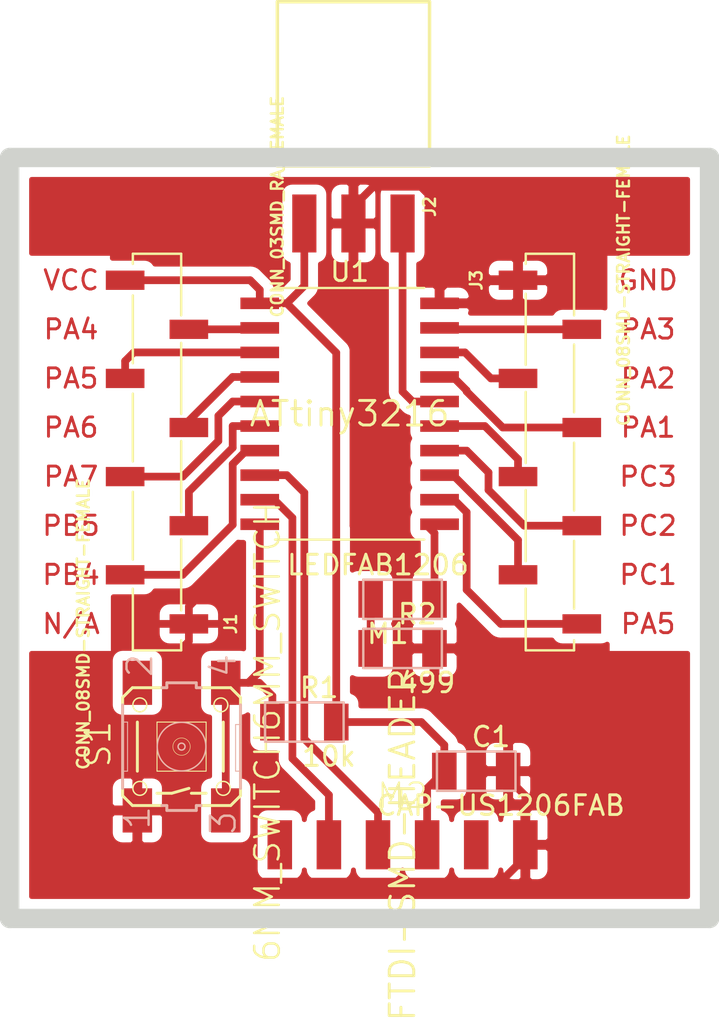
<source format=kicad_pcb>
(kicad_pcb (version 20211014) (generator pcbnew)
  (layers (0 "F.Cu" signal) (31 "B.Cu" signal) (34 "B.Paste" user) (35 "F.Paste" user) (36 "B.SilkS" user "B.Silkscreen") (37 "F.SilkS" user "F.Silkscreen") (38 "B.Mask" user) (39 "F.Mask" user) (44 "Edge.Cuts" user))
  (net 0 "")
  (net 1 "GND")
  (net 2 "VCC")
  (net 3 "Net-(J1-Pad7)")
  (net 4 "Net-(J1-Pad6)")
  (net 5 "Net-(J1-Pad5)")
  (net 6 "Net-(J1-Pad4)")
  (net 7 "Net-(J1-Pad3)")
  (net 8 "Net-(J1-Pad2)")
  (net 9 "Net-(J2-Pad1)")
  (net 10 "Net-(J3-Pad8)")
  (net 11 "Net-(J3-Pad7)")
  (net 12 "Net-(J3-Pad6)")
  (net 13 "Net-(J3-Pad5)")
  (net 14 "Net-(J3-Pad4)")
  (net 15 "Net-(J3-Pad3)")
  (net 16 "Net-(J3-Pad2)")
  (net 17 "Net-(M1-Pad2)")
  (net 18 "Net-(M1-Pad1)")
  (net 19 "Net-(M2-Pad6)")
  (net 20 "Net-(M2-Pad5)")
  (net 21 "Net-(M2-Pad4)")
  (net 22 "Net-(M2-Pad2)")
  (net 23 "Net-(R1-Pad1)")
  (net 24 "Net-(S1-Pad2)")
  (footprint "fab:fab-C1206FAB" (layer "F.Cu") (at 25.4 195.58)
    (fp_text reference "C1" (at 0.762 -1.778) (layer "F.SilkS") (effects (font (size 1.016 1.016) (thickness 0.1524))))
    (fp_text value "CAP-US1206FAB" (at 1.27 1.778) (layer "F.SilkS") (effects (font (size 1.016 1.016) (thickness 0.1524))))
    (fp_line (start 2.032 -1.016) (end 2.032 1.016) (layer "B.SilkS") (width 0.127))
    (fp_line (start 2.032 1.016) (end -2.032 1.016) (layer "B.SilkS") (width 0.127))
    (fp_line (start -2.032 -1.016) (end 2.032 -1.016) (layer "B.SilkS") (width 0.127))
    (fp_line (start -2.032 1.016) (end -2.032 -1.016) (layer "B.SilkS") (width 0.127))
    (pad "1" smd rect locked (at -1.651 0) (size 1.27 1.905) (layers "F.Cu" "F.Paste" "F.Mask") (net 2 "VCC"))
    (pad "2" smd rect locked (at 1.651 0) (size 1.27 1.905) (layers "F.Cu" "F.Paste" "F.Mask") (net 1 "GND"))
  )
  (footprint "Connectors:1X08_SMD" (layer "F.Cu") (at 8.89 187.96 -90)
    (fp_text reference "J1" (at 0 -3.81 90) (layer "F.SilkS") (effects (font (size 0.6096 0.6096) (thickness 0.127))))
    (fp_text value "CONN_08SMD-STRAIGHT-FEMALE" (at 0 3.81 90) (layer "F.SilkS") (effects (font (size 0.6096 0.6096) (thickness 0.127))))
    (fp_line (start 1.36906 1.24968) (end -1.8161 1.24968) (layer "F.SilkS") (width 0.127))
    (fp_line (start -14.53642 -1.24968) (end -10.86104 -1.24968) (layer "F.SilkS") (width 0.127))
    (fp_line (start -8.4074 1.24968) (end -11.91006 1.24968) (layer "F.SilkS") (width 0.127))
    (fp_line (start -13.4874 1.24968) (end -16.99006 1.24968) (layer "F.SilkS") (width 0.127))
    (fp_line (start -19.14906 -1.24968) (end -15.96136 -1.24968) (layer "F.SilkS") (width 0.127))
    (fp_line (start -9.45642 -1.24968) (end -5.78104 -1.24968) (layer "F.SilkS") (width 0.127))
    (fp_line (start -19.14906 1.24968) (end -19.14906 -1.24968) (layer "F.SilkS") (width 0.127))
    (fp_line (start 0.84836 -1.24968) (end 1.36906 -1.24968) (layer "F.SilkS") (width 0.127))
    (fp_line (start -18.62836 1.24968) (end -19.14906 1.24968) (layer "F.SilkS") (width 0.127))
    (fp_line (start 1.36906 -1.24968) (end 1.36906 1.24968) (layer "F.SilkS") (width 0.127))
    (fp_line (start -4.37642 -1.24968) (end -0.70104 -1.24968) (layer "F.SilkS") (width 0.127))
    (fp_line (start -3.3274 1.24968) (end -6.83006 1.24968) (layer "F.SilkS") (width 0.127))
    (pad "1" smd rect locked (at 0 -1.64846) (size 1.99898 0.99822) (layers "F.Cu" "F.Paste" "F.Mask") (net 1 "GND"))
    (pad "2" smd rect locked (at -2.54 1.64846) (size 1.99898 0.99822) (layers "F.Cu" "F.Paste" "F.Mask") (net 8 "Net-(J1-Pad2)"))
    (pad "3" smd rect locked (at -5.08 -1.64846) (size 1.99898 0.99822) (layers "F.Cu" "F.Paste" "F.Mask") (net 7 "Net-(J1-Pad3)"))
    (pad "4" smd rect locked (at -7.62 1.64846) (size 1.99898 0.99822) (layers "F.Cu" "F.Paste" "F.Mask") (net 6 "Net-(J1-Pad4)"))
    (pad "5" smd rect locked (at -10.16 -1.64846) (size 1.99898 0.99822) (layers "F.Cu" "F.Paste" "F.Mask") (net 5 "Net-(J1-Pad5)"))
    (pad "6" smd rect locked (at -12.7 1.64846) (size 1.99898 0.99822) (layers "F.Cu" "F.Paste" "F.Mask") (net 4 "Net-(J1-Pad6)"))
    (pad "7" smd rect locked (at -15.24 -1.64846) (size 1.99898 0.99822) (layers "F.Cu" "F.Paste" "F.Mask") (net 3 "Net-(J1-Pad7)"))
    (pad "8" smd rect locked (at -17.78 1.64846) (size 1.99898 0.99822) (layers "F.Cu" "F.Paste" "F.Mask") (net 2 "VCC"))
  )
  (footprint "Connectors:1X03_SMD_RA_FEMALE" (layer "F.Cu") (at 19.05 160.02 180)
    (fp_text reference "J2" (at -3.937 -6.35 90) (layer "F.SilkS") (effects (font (size 0.6096 0.6096) (thickness 0.127))))
    (fp_text value "CONN_03SMD_RA_FEMALE" (at 3.937 -6.35 90) (layer "F.SilkS") (effects (font (size 0.6096 0.6096) (thickness 0.127))))
    (fp_line (start -3.93446 -4.24942) (end -3.93446 4.24942) (layer "F.SilkS") (width 0.1778))
    (fp_line (start -3.93446 4.24942) (end 3.93446 4.24942) (layer "F.SilkS") (width 0.1778))
    (fp_line (start 3.93446 -4.24942) (end -3.93446 -4.24942) (layer "F.SilkS") (width 0.1778))
    (fp_line (start 3.93446 4.24942) (end 3.93446 -4.24942) (layer "F.SilkS") (width 0.1778))
    (pad "1" smd rect locked (at -2.54 -7.22376) (size 1.24968 2.99974) (layers "F.Cu" "F.Paste" "F.Mask") (net 9 "Net-(J2-Pad1)"))
    (pad "2" smd rect locked (at 0 -7.22376) (size 1.24968 2.99974) (layers "F.Cu" "F.Paste" "F.Mask") (net 1 "GND"))
    (pad "3" smd rect locked (at 2.54 -7.22376) (size 1.24968 2.99974) (layers "F.Cu" "F.Paste" "F.Mask") (net 2 "VCC"))
  )
  (footprint "Connectors:1X08_SMD" (layer "F.Cu") (at 29.21 170.18 90)
    (fp_text reference "J3" (at 0 -3.81 90) (layer "F.SilkS") (effects (font (size 0.6096 0.6096) (thickness 0.127))))
    (fp_text value "CONN_08SMD-STRAIGHT-FEMALE" (at 0 3.81 90) (layer "F.SilkS") (effects (font (size 0.6096 0.6096) (thickness 0.127))))
    (fp_line (start -3.3274 1.24968) (end -6.83006 1.24968) (layer "F.SilkS") (width 0.127))
    (fp_line (start 1.36906 -1.24968) (end 1.36906 1.24968) (layer "F.SilkS") (width 0.127))
    (fp_line (start 1.36906 1.24968) (end -1.8161 1.24968) (layer "F.SilkS") (width 0.127))
    (fp_line (start 0.84836 -1.24968) (end 1.36906 -1.24968) (layer "F.SilkS") (width 0.127))
    (fp_line (start -14.53642 -1.24968) (end -10.86104 -1.24968) (layer "F.SilkS") (width 0.127))
    (fp_line (start -8.4074 1.24968) (end -11.91006 1.24968) (layer "F.SilkS") (width 0.127))
    (fp_line (start -13.4874 1.24968) (end -16.99006 1.24968) (layer "F.SilkS") (width 0.127))
    (fp_line (start -18.62836 1.24968) (end -19.14906 1.24968) (layer "F.SilkS") (width 0.127))
    (fp_line (start -4.37642 -1.24968) (end -0.70104 -1.24968) (layer "F.SilkS") (width 0.127))
    (fp_line (start -19.14906 -1.24968) (end -15.96136 -1.24968) (layer "F.SilkS") (width 0.127))
    (fp_line (start -19.14906 1.24968) (end -19.14906 -1.24968) (layer "F.SilkS") (width 0.127))
    (fp_line (start -9.45642 -1.24968) (end -5.78104 -1.24968) (layer "F.SilkS") (width 0.127))
    (pad "1" smd rect locked (at 0 -1.64846 180) (size 1.99898 0.99822) (layers "F.Cu" "F.Paste" "F.Mask") (net 1 "GND"))
    (pad "2" smd rect locked (at -2.54 1.64846 180) (size 1.99898 0.99822) (layers "F.Cu" "F.Paste" "F.Mask") (net 16 "Net-(J3-Pad2)"))
    (pad "3" smd rect locked (at -5.08 -1.64846 180) (size 1.99898 0.99822) (layers "F.Cu" "F.Paste" "F.Mask") (net 15 "Net-(J3-Pad3)"))
    (pad "4" smd rect locked (at -7.62 1.64846 180) (size 1.99898 0.99822) (layers "F.Cu" "F.Paste" "F.Mask") (net 14 "Net-(J3-Pad4)"))
    (pad "5" smd rect locked (at -10.16 -1.64846 180) (size 1.99898 0.99822) (layers "F.Cu" "F.Paste" "F.Mask") (net 13 "Net-(J3-Pad5)"))
    (pad "6" smd rect locked (at -12.7 1.64846 180) (size 1.99898 0.99822) (layers "F.Cu" "F.Paste" "F.Mask") (net 12 "Net-(J3-Pad6)"))
    (pad "7" smd rect locked (at -15.24 -1.64846 180) (size 1.99898 0.99822) (layers "F.Cu" "F.Paste" "F.Mask") (net 11 "Net-(J3-Pad7)"))
    (pad "8" smd rect locked (at -17.78 1.64846 180) (size 1.99898 0.99822) (layers "F.Cu" "F.Paste" "F.Mask") (net 10 "Net-(J3-Pad8)"))
  )
  (footprint "fab:fab-LED1206FAB" (layer "F.Cu") (at 21.59 186.69 180)
    (fp_text reference "M1" (at 0.762 -1.778) (layer "F.SilkS") (effects (font (size 1.016 1.016) (thickness 0.1524))))
    (fp_text value "LEDFAB1206" (at 1.27 1.778) (layer "F.SilkS") (effects (font (size 1.016 1.016) (thickness 0.1524))))
    (fp_line (start -2.032 -1.016) (end 2.032 -1.016) (layer "B.SilkS") (width 0.127))
    (fp_line (start -2.032 1.016) (end -2.032 -1.016) (layer "B.SilkS") (width 0.127))
    (fp_line (start 2.032 1.016) (end -2.032 1.016) (layer "B.SilkS") (width 0.127))
    (fp_line (start 2.032 -1.016) (end 2.032 1.016) (layer "B.SilkS") (width 0.127))
    (pad "1" smd rect locked (at -1.651 0 180) (size 1.27 1.905) (layers "F.Cu" "F.Paste" "F.Mask") (net 18 "Net-(M1-Pad1)"))
    (pad "2" smd rect locked (at 1.651 0 180) (size 1.27 1.905) (layers "F.Cu" "F.Paste" "F.Mask") (net 17 "Net-(M1-Pad2)"))
  )
  (footprint "fab:fab-1X06SMD" (layer "F.Cu") (at 21.59 199.39 -90)
    (fp_text reference "M2" (at -2.54 0) (layer "F.SilkS") (effects (font (size 1.27 1.27) (thickness 0.1016))))
    (fp_text value "FTDI-SMD-HEADER" (at 0 0 90) (layer "F.SilkS") (effects (font (size 1.27 1.27))))
    (pad "1" smd rect locked (at 0 -6.35 270) (size 2.54 1.27) (layers "F.Cu" "F.Paste" "F.Mask") (net 1 "GND"))
    (pad "2" smd rect locked (at 0 -3.81 270) (size 2.54 1.27) (layers "F.Cu" "F.Paste" "F.Mask") (net 22 "Net-(M2-Pad2)"))
    (pad "3" smd rect locked (at 0 -1.27 270) (size 2.54 1.27) (layers "F.Cu" "F.Paste" "F.Mask") (net 2 "VCC"))
    (pad "4" smd rect locked (at 0 1.27 270) (size 2.54 1.27) (layers "F.Cu" "F.Paste" "F.Mask") (net 21 "Net-(M2-Pad4)"))
    (pad "5" smd rect locked (at 0 3.81 270) (size 2.54 1.27) (layers "F.Cu" "F.Paste" "F.Mask") (net 20 "Net-(M2-Pad5)"))
    (pad "6" smd rect locked (at 0 6.35 270) (size 2.54 1.27) (layers "F.Cu" "F.Paste" "F.Mask") (net 19 "Net-(M2-Pad6)"))
  )
  (footprint "fab:fab-R1206FAB" (layer "F.Cu") (at 16.51 193.04)
    (fp_text reference "R1" (at 0.762 -1.778) (layer "F.SilkS") (effects (font (size 1.016 1.016) (thickness 0.1524))))
    (fp_text value "10k" (at 1.27 1.778) (layer "F.SilkS") (effects (font (size 1.016 1.016) (thickness 0.1524))))
    (fp_line (start -2.032 1.016) (end -2.032 -1.016) (layer "B.SilkS") (width 0.127))
    (fp_line (start -2.032 -1.016) (end 2.032 -1.016) (layer "B.SilkS") (width 0.127))
    (fp_line (start 2.032 1.016) (end -2.032 1.016) (layer "B.SilkS") (width 0.127))
    (fp_line (start 2.032 -1.016) (end 2.032 1.016) (layer "B.SilkS") (width 0.127))
    (pad "1" smd rect locked (at -1.651 0) (size 1.27 1.905) (layers "F.Cu" "F.Paste" "F.Mask") (net 23 "Net-(R1-Pad1)"))
    (pad "2" smd rect locked (at 1.651 0) (size 1.27 1.905) (layers "F.Cu" "F.Paste" "F.Mask") (net 2 "VCC"))
  )
  (footprint "fab:fab-R1206FAB" (layer "F.Cu") (at 21.59 189.23)
    (fp_text reference "R2" (at 0.762 -1.778) (layer "F.SilkS") (effects (font (size 1.016 1.016) (thickness 0.1524))))
    (fp_text value "499" (at 1.27 1.778) (layer "F.SilkS") (effects (font (size 1.016 1.016) (thickness 0.1524))))
    (fp_line (start 2.032 1.016) (end -2.032 1.016) (layer "B.SilkS") (width 0.127))
    (fp_line (start -2.032 -1.016) (end 2.032 -1.016) (layer "B.SilkS") (width 0.127))
    (fp_line (start -2.032 1.016) (end -2.032 -1.016) (layer "B.SilkS") (width 0.127))
    (fp_line (start 2.032 -1.016) (end 2.032 1.016) (layer "B.SilkS") (width 0.127))
    (pad "1" smd rect locked (at -1.651 0) (size 1.27 1.905) (layers "F.Cu" "F.Paste" "F.Mask") (net 17 "Net-(M1-Pad2)"))
    (pad "2" smd rect locked (at 1.651 0) (size 1.27 1.905) (layers "F.Cu" "F.Paste" "F.Mask") (net 1 "GND"))
  )
  (footprint "fab:fab-6MM_SWITCH" (layer "F.Cu") (at 10.16 194.31 90)
    (fp_text reference "S1" (at 0.127 -4.318 90) (layer "F.SilkS") (effects (font (size 1.27 1.27) (thickness 0.127))))
    (fp_text value "6MM_SWITCH6MM_SWITCH" (at 0.762 4.445 90) (layer "F.SilkS") (effects (font (size 1.27 1.27) (thickness 0.127))))
    (fp_text user "3" (at -3.937 2.159 90) (layer "B.SilkS") (effects (font (size 1.27 1.27) (thickness 0.127))))
    (fp_text user "1" (at -3.683 -2.286 90) (layer "B.SilkS") (effects (font (size 1.27 1.27) (thickness 0.127))))
    (fp_text user "4" (at 4.191 2.159 90) (layer "B.SilkS") (effects (font (size 1.27 1.27) (thickness 0.127))))
    (fp_text user "2" (at 4.191 -2.159 90) (layer "B.SilkS") (effects (font (size 1.27 1.27) (thickness 0.127))))
    (fp_line (start 3.048 0.762) (end 3.048 1.016) (layer "B.SilkS") (width 0.1524))
    (fp_line (start 1.143 2.794) (end 1.143 3.048) (layer "B.SilkS") (width 0.0508))
    (fp_line (start -3.302 -0.762) (end -3.048 -0.762) (layer "B.SilkS") (width 0.1524))
    (fp_line (start 1.27 -3.048) (end -1.27 -3.048) (layer "B.SilkS") (width 0.1524))
    (fp_line (start -3.048 -0.762) (end -3.048 -1.016) (layer "B.SilkS") (width 0.1524))
    (fp_line (start -1.27 -3.048) (end -1.27 -2.794) (layer "B.SilkS") (width 0.0508))
    (fp_line (start 1.27 -2.794) (end -1.27 -2.794) (layer "B.SilkS") (width 0.0508))
    (fp_line (start 3.048 -0.762) (end 3.302 -0.762) (layer "B.SilkS") (width 0.1524))
    (fp_line (start -1.27 2.794) (end -1.27 3.048) (layer "B.SilkS") (width 0.0508))
    (fp_line (start 3.302 0.762) (end 3.048 0.762) (layer "B.SilkS") (width 0.1524))
    (fp_line (start 1.143 3.048) (end 2.159 3.048) (layer "B.SilkS") (width 0.1524))
    (fp_line (start 3.048 -0.762) (end 3.048 -1.016) (layer "B.SilkS") (width 0.1524))
    (fp_line (start 3.302 0.762) (end 3.302 -0.762) (layer "B.SilkS") (width 0.1524))
    (fp_line (start -1.27 -3.048) (end -2.159 -3.048) (layer "B.SilkS") (width 0.1524))
    (fp_line (start -2.159 3.048) (end -1.27 3.048) (layer "B.SilkS") (width 0.1524))
    (fp_line (start -3.302 -0.762) (end -3.302 0.762) (layer "B.SilkS") (width 0.1524))
    (fp_line (start 1.27 -2.794) (end 1.27 -3.048) (layer "B.SilkS") (width 0.0508))
    (fp_line (start 2.159 -3.048) (end 1.27 -3.048) (layer "B.SilkS") (width 0.1524))
    (fp_line (start 1.143 2.794) (end -1.27 2.794) (layer "B.SilkS") (width 0.0508))
    (fp_line (start -1.27 3.048) (end 1.143 3.048) (layer "B.SilkS") (width 0.1524))
    (fp_line (start -3.048 0.762) (end -3.302 0.762) (layer "B.SilkS") (width 0.1524))
    (fp_line (start -3.048 0.762) (end -3.048 1.016) (layer "B.SilkS") (width 0.1524))
    (fp_circle (center 0 0) (end -0.889 0.889) (layer "B.SilkS") (width 0.0762) (fill none))
    (fp_circle (center 0 0) (end -0.127 0.127) (layer "B.SilkS") (width 0.0762) (fill none))
    (fp_line (start -2.413 -1.27) (end -2.413 -0.508) (layer "F.SilkS") (width 0.1524))
    (fp_line (start -2.413 0.508) (end -2.413 1.27) (layer "F.SilkS") (width 0.1524))
    (fp_line (start 2.54 -3.048) (end 2.159 -3.048) (layer "F.SilkS") (width 0.1524))
    (fp_line (start -1.27 -1.27) (end 1.27 -1.27) (layer "F.SilkS") (width 0.0508))
    (fp_line (start 3.048 -1.016) (end 3.048 -2.54) (layer "F.SilkS") (width 0.1524))
    (fp_line (start 2.54 3.048) (end 3.048 2.54) (layer "F.SilkS") (width 0.1524))
    (fp_line (start -3.048 -2.54) (end -3.048 -1.016) (layer "F.SilkS") (width 0.1524))
    (fp_line (start 1.27 1.27) (end 1.27 -1.27) (layer "F.SilkS") (width 0.0508))
    (fp_line (start -3.048 2.54) (end -3.048 1.016) (layer "F.SilkS") (width 0.1524))
    (fp_line (start -2.54 3.048) (end -2.159 3.048) (layer "F.SilkS") (width 0.1524))
    (fp_line (start 1.27 1.27) (end -1.27 1.27) (layer "F.SilkS") (width 0.0508))
    (fp_line (start 3.048 -2.54) (end 2.54 -3.048) (layer "F.SilkS") (width 0.1524))
    (fp_line (start -1.27 2.159) (end 1.27 2.159) (layer "F.SilkS") (width 0.1524))
    (fp_line (start -1.27 -1.27) (end -1.27 1.27) (layer "F.SilkS") (width 0.0508))
    (fp_line (start -2.54 3.048) (end -3.048 2.54) (layer "F.SilkS") (width 0.1524))
    (fp_line (start 1.27 -2.286) (end -1.27 -2.286) (layer "F.SilkS") (width 0.1524))
    (fp_line (start -2.54 -3.048) (end -3.048 -2.54) (layer "F.SilkS") (width 0.1524))
    (fp_line (start -2.54 -3.048) (end -2.159 -3.048) (layer "F.SilkS") (width 0.1524))
    (fp_line (start 2.54 3.048) (end 2.159 3.048) (layer "F.SilkS") (width 0.1524))
    (fp_line (start 3.048 2.54) (end 3.048 1.016) (layer "F.SilkS") (width 0.1524))
    (fp_line (start -2.413 -0.508) (end -2.159 0.381) (layer "F.SilkS") (width 0.1524))
    (fp_circle (center 2.159 2.032) (end 2.413 2.286) (layer "F.SilkS") (width 0.0762) (fill none))
    (fp_circle (center -2.159 2.159) (end -2.413 2.413) (layer "F.SilkS") (width 0.0762) (fill none))
    (fp_circle (center -2.159 -2.159) (end -2.413 -2.413) (layer "F.SilkS") (width 0.0762) (fill none))
    (fp_circle (center 0 0) (end -0.3175 0.3175) (layer "F.SilkS") (width 0.0254) (fill none))
    (fp_circle (center 2.159 -2.159) (end 2.413 -2.413) (layer "F.SilkS") (width 0.0762) (fill none))
    (pad "1" smd rect locked (at -3.302 -2.286 90) (size 2.286 1.524) (layers "F.Cu" "F.Paste" "F.Mask") (net 1 "GND"))
    (pad "2" smd rect locked (at 3.302 -2.286 90) (size 2.286 1.524) (layers "F.Cu" "F.Paste" "F.Mask") (net 24 "Net-(S1-Pad2)"))
    (pad "3" smd rect locked (at -3.302 2.286 90) (size 2.286 1.524) (layers "F.Cu" "F.Paste" "F.Mask") (net 23 "Net-(R1-Pad1)"))
    (pad "4" smd rect locked (at 3.302 2.286 90) (size 2.286 1.524) (layers "F.Cu" "F.Paste" "F.Mask") (net 23 "Net-(R1-Pad1)"))
  )
  (footprint "fab:fab-SOIC-20_7.5x12.8mm_P1.27mm" (layer "F.Cu") (at 18.854 177.0905)
    (fp_text reference "U1" (at 0 -7.35) (layer "F.SilkS"))
    (fp_text value "ATtiny3216" (at 0 0) (layer "F.SilkS") (effects (font (size 1.27 1.27))))
    (fp_line (start 0 -6.51) (end -3.86 -6.51) (layer "F.SilkS") (width 0.12))
    (fp_line (start 0 6.51) (end -3.86 6.51) (layer "F.SilkS") (width 0.12))
    (fp_line (start 0 6.51) (end 3.86 6.51) (layer "F.SilkS") (width 0.12))
    (fp_line (start 0 -6.51) (end 3.86 -6.51) (layer "F.SilkS") (width 0.12))
    (pad "1" smd rect locked (at -4.65 -5.715) (size 2 0.6) (layers "F.Cu") (net 2 "VCC"))
    (pad "2" smd rect locked (at -4.65 -4.445) (size 2 0.6) (layers "F.Cu") (net 3 "Net-(J1-Pad7)"))
    (pad "3" smd rect locked (at -4.65 -3.175) (size 2 0.6) (layers "F.Cu") (net 4 "Net-(J1-Pad6)"))
    (pad "4" smd rect locked (at -4.65 -1.905) (size 2 0.6) (layers "F.Cu") (net 5 "Net-(J1-Pad5)"))
    (pad "5" smd rect locked (at -4.65 -0.635) (size 2 0.6) (layers "F.Cu") (net 6 "Net-(J1-Pad4)"))
    (pad "6" smd rect locked (at -4.65 0.635) (size 2 0.6) (layers "F.Cu") (net 7 "Net-(J1-Pad3)"))
    (pad "7" smd rect locked (at -4.65 1.905) (size 2 0.6) (layers "F.Cu") (net 8 "Net-(J1-Pad2)"))
    (pad "8" smd rect locked (at -4.65 3.175) (size 2 0.6) (layers "F.Cu") (net 21 "Net-(M2-Pad4)"))
    (pad "9" smd rect locked (at -4.65 4.445) (size 2 0.6) (layers "F.Cu") (net 20 "Net-(M2-Pad5)"))
    (pad "10" smd rect locked (at -4.65 5.715) (size 2 0.6) (layers "F.Cu") (net 23 "Net-(R1-Pad1)"))
    (pad "11" smd rect locked (at 4.65 5.715) (size 2 0.6) (layers "F.Cu") (net 18 "Net-(M1-Pad1)"))
    (pad "12" smd rect locked (at 4.65 4.445) (size 2 0.6) (layers "F.Cu") (net 10 "Net-(J3-Pad8)"))
    (pad "13" smd rect locked (at 4.65 3.175) (size 2 0.6) (layers "F.Cu") (net 11 "Net-(J3-Pad7)"))
    (pad "14" smd rect locked (at 4.65 1.905) (size 2 0.6) (layers "F.Cu") (net 12 "Net-(J3-Pad6)"))
    (pad "15" smd rect locked (at 4.65 0.635) (size 2 0.6) (layers "F.Cu") (net 13 "Net-(J3-Pad5)"))
    (pad "16" smd rect locked (at 4.65 -0.635) (size 2 0.6) (layers "F.Cu") (net 9 "Net-(J2-Pad1)"))
    (pad "17" smd rect locked (at 4.65 -1.905) (size 2 0.6) (layers "F.Cu") (net 14 "Net-(J3-Pad4)"))
    (pad "18" smd rect locked (at 4.65 -3.175) (size 2 0.6) (layers "F.Cu") (net 15 "Net-(J3-Pad3)"))
    (pad "19" smd rect locked (at 4.65 -4.445) (size 2 0.6) (layers "F.Cu") (net 16 "Net-(J3-Pad2)"))
    (pad "20" smd rect locked (at 4.65 -5.715) (size 2 0.6) (layers "F.Cu") (net 1 "GND"))
  )
  (gr_line (start 1.27 203.2) (end 1.27 163.83) (layer "Edge.Cuts") (width 1))
  (gr_line (start 37.465 163.83) (end 37.465 203.2) (layer "Edge.Cuts") (width 1))
  (gr_line (start 1.27 163.83) (end 37.465 163.83) (layer "Edge.Cuts") (width 1))
  (gr_line (start 37.465 203.2) (end 1.27 203.2) (layer "Edge.Cuts") (width 1))
  (gr_text "PA5" (at 34.29 187.96) (layer "F.Cu") (effects (font (size 1 1))))
  (gr_text "PA6" (at 4.445 177.8) (layer "F.Cu") (effects (font (size 1 1))))
  (gr_text "PA7" (at 4.445 180.34) (layer "F.Cu") (effects (font (size 1 1))))
  (gr_text "PB5" (at 4.445 182.88) (layer "F.Cu") (effects (font (size 1 1))))
  (gr_text "PB4" (at 4.445 185.42) (layer "F.Cu") (effects (font (size 1 1))))
  (gr_text "N/A" (at 4.445 187.96) (layer "F.Cu") (effects (font (size 1 1))))
  (gr_text "PC2" (at 34.29 182.88) (layer "F.Cu") (effects (font (size 1 1))))
  (gr_text "GND\n" (at 34.29 170.18) (layer "F.Cu") (effects (font (size 1 1))))
  (gr_text "PA5" (at 4.445 175.26) (layer "F.Cu") (effects (font (size 1 1))))
  (gr_text "PA3" (at 34.29 172.72) (layer "F.Cu") (effects (font (size 1 1))))
  (gr_text "VCC" (at 4.445 170.18) (layer "F.Cu") (effects (font (size 1 1))))
  (gr_text "PA1" (at 34.29 177.8) (layer "F.Cu") (effects (font (size 1 1))))
  (gr_text "PA4" (at 4.445 172.72) (layer "F.Cu") (effects (font (size 1 1))))
  (gr_text "PC1" (at 34.29 185.42) (layer "F.Cu") (effects (font (size 1 1))))
  (gr_text "PA2" (at 34.29 175.26) (layer "F.Cu") (effects (font (size 1 1))))
  (gr_text "PC3" (at 34.29 180.34) (layer "F.Cu") (effects (font (size 1 1))))
  (segment (start 19.05 167.24376) (end 19.05 182.88) (width 0.4) (layer "F.Cu") (net 1))
  (segment (start 21.692001 189.23) (end 21.59 189.127999) (width 0.4) (layer "F.Cu") (net 1))
  (segment (start 27.051 195.58) (end 27.051 195.961) (width 0.4) (layer "F.Cu") (net 1))
  (segment (start 10.53846 187.06089) (end 10.53846 187.96) (width 0.4) (layer "F.Cu") (net 1))
  (segment (start 27.051 195.58) (end 27.051 192.005) (width 0.4) (layer "F.Cu") (net 1))
  (segment (start 21.59 188.595) (end 21.59 189.127999) (width 0.4) (layer "F.Cu") (net 1))
  (segment (start 27.051 192.005) (end 24.276 189.23) (width 0.4) (layer "F.Cu") (net 1))
  (segment (start 23.241 189.23) (end 21.692001 189.23) (width 0.4) (layer "F.Cu") (net 1))
  (segment (start 27.051 195.961) (end 27.94 196.85) (width 0.4) (layer "F.Cu") (net 1))
  (segment (start 7.874 197.612) (end 7.874 199.155) (width 0.4) (layer "F.Cu") (net 1))
  (segment (start 27.56154 170.18) (end 23.9995 170.18) (width 0.4) (layer "F.Cu") (net 1))
  (segment (start 21.59 185.42) (end 21.59 188.595) (width 0.4) (layer "F.Cu") (net 1))
  (segment (start 23.9995 170.18) (end 23.504 170.6755) (width 0.4) (layer "F.Cu") (net 1))
  (segment (start 10.53846 187.96) (end 10.53846 188.85911) (width 0.4) (layer "F.Cu") (net 1))
  (segment (start 27.94 200.025) (end 27.94 199.39) (width 0.4) (layer "F.Cu") (net 1))
  (segment (start 19.05 182.88) (end 21.59 185.42) (width 0.4) (layer "F.Cu") (net 1))
  (segment (start 27.94 196.85) (end 27.94 199.39) (width 0.4) (layer "F.Cu") (net 1))
  (segment (start 7.874 199.644) (end 7.874 197.612) (width 0.4) (layer "F.Cu") (net 1))
  (segment (start 10.53846 187.06089) (end 10.90935 186.69) (width 0.4) (layer "F.Cu") (net 1))
  (segment (start 19.05 166.36873) (end 20.074841 165.343889) (width 0.4) (layer "F.Cu") (net 1))
  (segment (start 23.504 166.313048) (end 23.504 170.6755) (width 0.4) (layer "F.Cu") (net 1))
  (segment (start 26.905 201.06) (end 27.94 200.025) (width 0.4) (layer "F.Cu") (net 1))
  (segment (start 10.53846 187.96) (end 12.7 187.96) (width 0.4) (layer "F.Cu") (net 1))
  (segment (start 19.05 167.24376) (end 19.05 166.36873) (width 0.4) (layer "F.Cu") (net 1))
  (segment (start 24.276 189.23) (end 23.241 189.23) (width 0.4) (layer "F.Cu") (net 1))
  (segment (start 26.67 201.295) (end 9.525 201.295) (width 0.4) (layer "F.Cu") (net 1))
  (segment (start 9.525 201.295) (end 7.874 199.644) (width 0.4) (layer "F.Cu") (net 1))
  (segment (start 22.206 189.23) (end 23.241 189.23) (width 0.4) (layer "F.Cu") (net 1))
  (segment (start 20.074841 165.343889) (end 22.534841 165.343889) (width 0.4) (layer "F.Cu") (net 1))
  (segment (start 8.89 187.96) (end 10.53846 187.96) (width 0.4) (layer "F.Cu") (net 1))
  (segment (start 23.504 170.6755) (end 23.504 171.3755) (width 0.4) (layer "F.Cu") (net 1))
  (segment (start 27.94 200.025) (end 26.67 201.295) (width 0.4) (layer "F.Cu") (net 1))
  (segment (start 22.534841 165.343889) (end 23.504 166.313048) (width 0.4) (layer "F.Cu") (net 1))
  (segment (start 10.53846 188.85911) (end 10.16757 189.23) (width 0.4) (layer "F.Cu") (net 1))
  (segment (start 23.749 194.2275) (end 23.749 195.58) (width 0.4) (layer "F.Cu") (net 2))
  (segment (start 22.5615 193.04) (end 23.749 194.2275) (width 0.4) (layer "F.Cu") (net 2))
  (segment (start 7.24154 170.18) (end 13.7085 170.18) (width 0.4) (layer "F.Cu") (net 2))
  (segment (start 18.161 173.9325) (end 18.161 193.04) (width 0.4) (layer "F.Cu") (net 2))
  (segment (start 22.86 196.469) (end 23.749 195.58) (width 0.4) (layer "F.Cu") (net 2))
  (segment (start 15.604 171.3755) (end 16.51 170.4695) (width 0.4) (layer "F.Cu") (net 2))
  (segment (start 14.204 171.3755) (end 15.604 171.3755) (width 0.4) (layer "F.Cu") (net 2))
  (segment (start 13.7085 170.18) (end 14.204 170.6755) (width 0.4) (layer "F.Cu") (net 2))
  (segment (start 16.51 169.14363) (end 16.51 167.24376) (width 0.4) (layer "F.Cu") (net 2))
  (segment (start 22.86 199.39) (end 22.86 200.025) (width 0.4) (layer "F.Cu") (net 2))
  (segment (start 22.86 199.39) (end 22.86 196.469) (width 0.4) (layer "F.Cu") (net 2))
  (segment (start 15.604 171.3755) (end 18.161 173.9325) (width 0.4) (layer "F.Cu") (net 2))
  (segment (start 16.51 170.4695) (end 16.51 169.14363) (width 0.4) (layer "F.Cu") (net 2))
  (segment (start 14.204 170.6755) (end 14.204 171.3755) (width 0.4) (layer "F.Cu") (net 2))
  (segment (start 18.161 193.04) (end 22.5615 193.04) (width 0.4) (layer "F.Cu") (net 2))
  (segment (start 10.53846 172.72) (end 14.1295 172.72) (width 0.4) (layer "F.Cu") (net 3))
  (segment (start 14.1295 172.72) (end 14.204 172.6455) (width 0.4) (layer "F.Cu") (net 3))
  (segment (start 14.204 173.9155) (end 7.68693 173.9155) (width 0.4) (layer "F.Cu") (net 4))
  (segment (start 7.68693 173.9155) (end 7.24154 174.36089) (width 0.4) (layer "F.Cu") (net 4))
  (segment (start 7.24154 174.36089) (end 7.24154 175.26) (width 0.4) (layer "F.Cu") (net 4))
  (segment (start 12.804 175.1855) (end 10.53846 177.45104) (width 0.4) (layer "F.Cu") (net 5))
  (segment (start 14.204 175.1855) (end 12.804 175.1855) (width 0.4) (layer "F.Cu") (net 5))
  (segment (start 10.53846 177.45104) (end 10.53846 177.8) (width 0.4) (layer "F.Cu") (net 5))
  (segment (start 10.217062 180.34) (end 10.16 180.34) (width 0.4) (layer "F.Cu") (net 6))
  (segment (start 12.804 176.4555) (end 14.204 176.4555) (width 0.4) (layer "F.Cu") (net 6))
  (segment (start 12.065 177.1945) (end 12.065 178.492062) (width 0.4) (layer "F.Cu") (net 6))
  (segment (start 12.065 177.1945) (end 12.804 176.4555) (width 0.4) (layer "F.Cu") (net 6))
  (segment (start 12.065 178.492062) (end 10.217062 180.34) (width 0.4) (layer "F.Cu") (net 6))
  (segment (start 7.24154 180.34) (end 10.16 180.34) (width 0.4) (layer "F.Cu") (net 6))
  (segment (start 10.53846 181.112498) (end 12.803999 178.846959) (width 0.4) (layer "F.Cu") (net 7))
  (segment (start 12.804 177.7255) (end 14.204 177.7255) (width 0.4) (layer "F.Cu") (net 7))
  (segment (start 10.53846 182.88) (end 10.53846 181.112498) (width 0.4) (layer "F.Cu") (net 7))
  (segment (start 12.803999 178.846959) (end 12.804 177.7255) (width 0.4) (layer "F.Cu") (net 7))
  (segment (start 10.217062 185.42) (end 12.803999 182.833063) (width 0.4) (layer "F.Cu") (net 8))
  (segment (start 7.24154 185.42) (end 10.217062 185.42) (width 0.4) (layer "F.Cu") (net 8))
  (segment (start 13.504 178.9955) (end 14.204 178.9955) (width 0.4) (layer "F.Cu") (net 8))
  (segment (start 12.803999 182.833063) (end 12.804 179.6955) (width 0.4) (layer "F.Cu") (net 8))
  (segment (start 12.804 179.6955) (end 13.504 178.9955) (width 0.4) (layer "F.Cu") (net 8))
  (segment (start 21.59 167.24376) (end 21.59 175.9415) (width 0.4) (layer "F.Cu") (net 9))
  (segment (start 22.104 176.4555) (end 23.504 176.4555) (width 0.4) (layer "F.Cu") (net 9))
  (segment (start 21.59 175.9415) (end 22.104 176.4555) (width 0.4) (layer "F.Cu") (net 9))
  (segment (start 24.904001 182.185499) (end 24.904001 186.194001) (width 0.4) (layer "F.Cu") (net 10))
  (segment (start 24.904001 186.194001) (end 26.67 187.96) (width 0.4) (layer "F.Cu") (net 10))
  (segment (start 30.85846 187.96) (end 26.67 187.96) (width 0.4) (layer "F.Cu") (net 10))
  (segment (start 24.254002 181.5355) (end 24.904001 182.185499) (width 0.4) (layer "F.Cu") (net 10))
  (segment (start 23.504 181.5355) (end 24.254002 181.5355) (width 0.4) (layer "F.Cu") (net 10))
  (segment (start 23.504 180.2655) (end 24.204 180.2655) (width 0.4) (layer "F.Cu") (net 11))
  (segment (start 27.56154 183.62304) (end 27.56154 185.42) (width 0.4) (layer "F.Cu") (net 11))
  (segment (start 24.204 180.2655) (end 27.56154 183.62304) (width 0.4) (layer "F.Cu") (net 11))
  (segment (start 29.45897 182.88) (end 30.85846 182.88) (width 0.4) (layer "F.Cu") (net 12))
  (segment (start 27.882938 182.88) (end 29.45897 182.88) (width 0.4) (layer "F.Cu") (net 12))
  (segment (start 26.035 181.032062) (end 27.882938 182.88) (width 0.4) (layer "F.Cu") (net 12))
  (segment (start 23.504 178.9955) (end 24.904 178.9955) (width 0.4) (layer "F.Cu") (net 12))
  (segment (start 24.904 178.9955) (end 26.035 180.1265) (width 0.4) (layer "F.Cu") (net 12))
  (segment (start 26.035 180.1265) (end 26.035 181.032062) (width 0.4) (layer "F.Cu") (net 12))
  (segment (start 27.56154 180.34) (end 27.56154 179.44089) (width 0.4) (layer "F.Cu") (net 13))
  (segment (start 25.84615 177.7255) (end 24.904 177.7255) (width 0.4) (layer "F.Cu") (net 13))
  (segment (start 27.56154 179.44089) (end 25.84615 177.7255) (width 0.4) (layer "F.Cu") (net 13))
  (segment (start 24.904 177.7255) (end 23.504 177.7255) (width 0.4) (layer "F.Cu") (net 13))
  (segment (start 26.769192 177.8) (end 24.904 175.934808) (width 0.4) (layer "F.Cu") (net 14))
  (segment (start 30.85846 177.8) (end 26.769192 177.8) (width 0.4) (layer "F.Cu") (net 14))
  (segment (start 24.204 175.1855) (end 23.504 175.1855) (width 0.4) (layer "F.Cu") (net 14))
  (segment (start 24.904 175.8855) (end 24.204 175.1855) (width 0.4) (layer "F.Cu") (net 14))
  (segment (start 24.904 175.934808) (end 24.904 175.8855) (width 0.4) (layer "F.Cu") (net 14))
  (segment (start 27.56154 175.26) (end 26.16205 175.26) (width 0.4) (layer "F.Cu") (net 15))
  (segment (start 24.81755 173.9155) (end 23.504 173.9155) (width 0.4) (layer "F.Cu") (net 15))
  (segment (start 26.16205 175.26) (end 24.81755 173.9155) (width 0.4) (layer "F.Cu") (net 15))
  (segment (start 23.5785 172.72) (end 23.504 172.6455) (width 0.4) (layer "F.Cu") (net 16))
  (segment (start 30.85846 172.72) (end 23.5785 172.72) (width 0.4) (layer "F.Cu") (net 16))
  (segment (start 19.939 186.69) (end 19.939 189.23) (width 0.4) (layer "F.Cu") (net 17))
  (segment (start 23.241 183.261) (end 22.86 182.88) (width 0.4) (layer "F.Cu") (net 18))
  (segment (start 23.241 186.69) (end 23.241 183.261) (width 0.4) (layer "F.Cu") (net 18))
  (segment (start 14.204 181.5355) (end 14.954002 181.5355) (width 0.4) (layer "F.Cu") (net 20))
  (segment (start 17.78 196.811998) (end 17.78 199.39) (width 0.4) (layer "F.Cu") (net 20))
  (segment (start 15.894001 194.925999) (end 17.78 196.811998) (width 0.4) (layer "F.Cu") (net 20))
  (segment (start 15.894001 182.475499) (end 15.894001 194.925999) (width 0.4) (layer "F.Cu") (net 20))
  (segment (start 14.954002 181.5355) (end 15.894001 182.475499) (width 0.4) (layer "F.Cu") (net 20))
  (segment (start 16.51 193.91) (end 16.51 181.1715) (width 0.4) (layer "F.Cu") (net 21))
  (segment (start 20.32 199.39) (end 20.32 197.72) (width 0.4) (layer "F.Cu") (net 21))
  (segment (start 20.32 197.72) (end 16.51 193.91) (width 0.4) (layer "F.Cu") (net 21))
  (segment (start 16.51 181.1715) (end 15.604 180.2655) (width 0.4) (layer "F.Cu") (net 21))
  (segment (start 15.604 180.2655) (end 14.204 180.2655) (width 0.4) (layer "F.Cu") (net 21))
  (segment (start 14.859 191.6875) (end 14.1795 191.008) (width 0.4) (layer "F.Cu") (net 23))
  (segment (start 14.204 182.8055) (end 14.204 190.285) (width 0.4) (layer "F.Cu") (net 23))
  (segment (start 13.608 191.008) (end 12.446 191.008) (width 0.4) (layer "F.Cu") (net 23))
  (segment (start 14.204 190.412) (end 13.608 191.008) (width 0.4) (layer "F.Cu") (net 23))
  (segment (start 14.859 193.04) (end 14.859 191.6875) (width 0.4) (layer "F.Cu") (net 23))
  (segment (start 14.605 193.294) (end 14.859 193.04) (width 0.4) (layer "F.Cu") (net 23))
  (segment (start 12.446 197.612) (end 12.446 191.008) (width 0.4) (layer "F.Cu") (net 23))
  (segment (start 14.1795 191.008) (end 13.608 191.008) (width 0.4) (layer "F.Cu") (net 23))
  (segment (start 14.204 190.285) (end 14.204 190.412) (width 0.4) (layer "F.Cu") (net 23))
  (zone (net 1) (net_name "GND") (layer "F.Cu") (connect_pads (clearance 0.508)) (min_thickness 0.254) (fill yes (thermal_gap 0.508) (thermal_bridge_width 0.508))
    (polygon (pts (xy 37.465 203.2) (xy 1.27 203.2) (xy 1.27 163.83) (xy 37.465 163.83)))
  )
)
</source>
